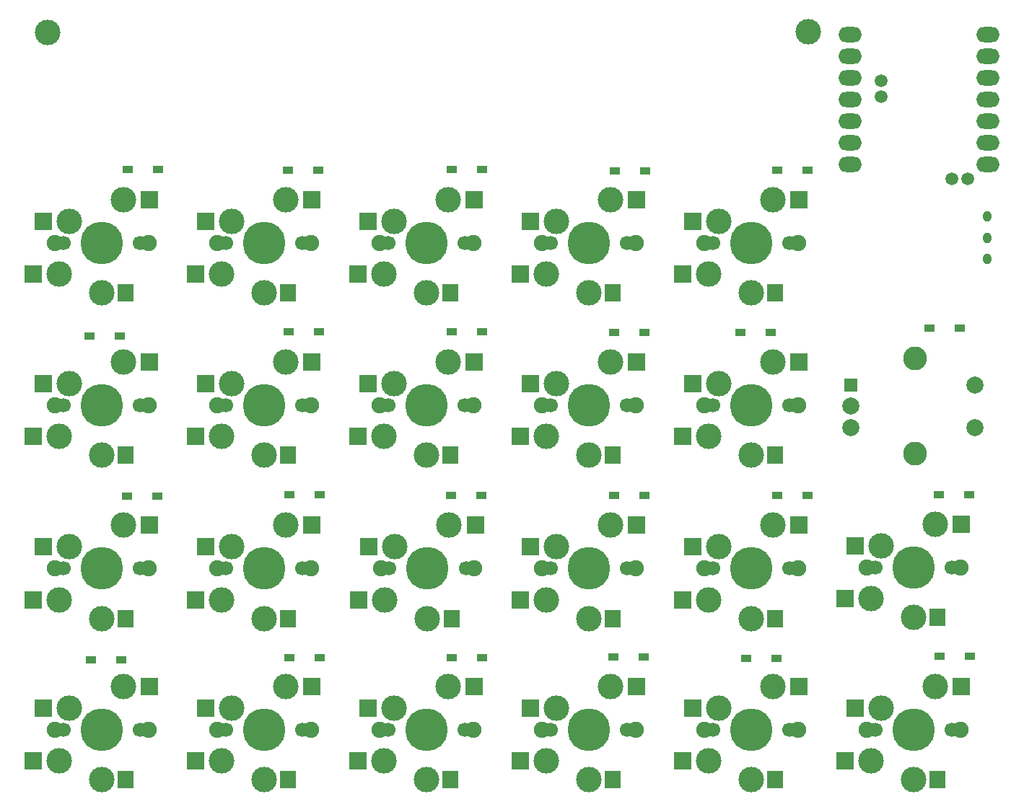
<source format=gbr>
%TF.GenerationSoftware,KiCad,Pcbnew,8.0.7*%
%TF.CreationDate,2025-02-28T21:35:56+09:00*%
%TF.ProjectId,cool642tb_L,636f6f6c-3634-4327-9462-5f4c2e6b6963,rev?*%
%TF.SameCoordinates,Original*%
%TF.FileFunction,Soldermask,Bot*%
%TF.FilePolarity,Negative*%
%FSLAX46Y46*%
G04 Gerber Fmt 4.6, Leading zero omitted, Abs format (unit mm)*
G04 Created by KiCad (PCBNEW 8.0.7) date 2025-02-28 21:35:56*
%MOMM*%
%LPD*%
G01*
G04 APERTURE LIST*
%ADD10C,1.900000*%
%ADD11C,1.700000*%
%ADD12C,3.000000*%
%ADD13C,5.000000*%
%ADD14R,2.000000X2.000000*%
%ADD15R,1.900000X2.000000*%
%ADD16R,1.300000X0.950000*%
%ADD17R,1.500000X1.500000*%
%ADD18C,2.000000*%
%ADD19C,2.800000*%
%ADD20O,1.000000X1.300000*%
%ADD21O,2.750000X1.800000*%
%ADD22C,1.500000*%
G04 APERTURE END LIST*
D10*
%TO.C,SW14*%
X51650000Y-19050000D03*
D11*
X52070000Y-19050000D03*
D12*
X52150000Y-22750000D03*
D11*
X52650000Y-19050000D03*
D12*
X53340000Y-16510000D03*
D13*
X57150000Y-19050000D03*
D12*
X57150000Y-24950000D03*
X59690000Y-13970000D03*
D11*
X61650000Y-19050000D03*
X62230000Y-19050000D03*
D10*
X62650000Y-19050000D03*
D14*
X49050000Y-22750000D03*
X50250000Y-16510000D03*
D15*
X59950000Y-24950000D03*
D14*
X62750000Y-13970000D03*
%TD*%
D16*
%TO.C,D3*%
X2925000Y-29720000D03*
X6475000Y-29720000D03*
%TD*%
D12*
%TO.C,B1*%
X-6400000Y24710000D03*
X82870000Y24750000D03*
%TD*%
D10*
%TO.C,SW18*%
X70700000Y-19050000D03*
D11*
X71120000Y-19050000D03*
D12*
X71200000Y-22750000D03*
D11*
X71700000Y-19050000D03*
D12*
X72390000Y-16510000D03*
D13*
X76200000Y-19050000D03*
D12*
X76200000Y-24950000D03*
X78740000Y-13970000D03*
D11*
X80700000Y-19050000D03*
X81280000Y-19050000D03*
D10*
X81700000Y-19050000D03*
D14*
X68100000Y-22750000D03*
X69300000Y-16510000D03*
D15*
X79000000Y-24950000D03*
D14*
X81800000Y-13970000D03*
%TD*%
D16*
%TO.C,D13*%
X60205000Y8480000D03*
X63755000Y8480000D03*
%TD*%
D10*
%TO.C,SW12*%
X32600000Y-57150000D03*
D11*
X33020000Y-57150000D03*
D12*
X33100000Y-60850000D03*
D11*
X33600000Y-57150000D03*
D12*
X34290000Y-54610000D03*
D13*
X38100000Y-57150000D03*
D12*
X38100000Y-63050000D03*
X40640000Y-52070000D03*
D11*
X42600000Y-57150000D03*
X43180000Y-57150000D03*
D10*
X43600000Y-57150000D03*
D14*
X30000000Y-60850000D03*
X31200000Y-54610000D03*
D15*
X40900000Y-63050000D03*
D14*
X43700000Y-52070000D03*
%TD*%
D10*
%TO.C,SW23*%
X89750000Y-57150000D03*
D11*
X90170000Y-57150000D03*
D12*
X90250000Y-60850000D03*
D11*
X90750000Y-57150000D03*
D12*
X91440000Y-54610000D03*
D13*
X95250000Y-57150000D03*
D12*
X95250000Y-63050000D03*
X97790000Y-52070000D03*
D11*
X99750000Y-57150000D03*
X100330000Y-57150000D03*
D10*
X100750000Y-57150000D03*
D14*
X87150000Y-60850000D03*
X88350000Y-54610000D03*
D15*
X98050000Y-63050000D03*
D14*
X100850000Y-52070000D03*
%TD*%
D16*
%TO.C,D10*%
X41035000Y-10420000D03*
X44585000Y-10420000D03*
%TD*%
%TO.C,D19*%
X79225000Y-29630000D03*
X82775000Y-29630000D03*
%TD*%
%TO.C,D16*%
X59995000Y-48600000D03*
X63545000Y-48600000D03*
%TD*%
D10*
%TO.C,SW19*%
X70700000Y-38200000D03*
D11*
X71120000Y-38200000D03*
D12*
X71200000Y-41900000D03*
D11*
X71700000Y-38200000D03*
D12*
X72390000Y-35660000D03*
D13*
X76200000Y-38200000D03*
D12*
X76200000Y-44100000D03*
X78740000Y-33120000D03*
D11*
X80700000Y-38200000D03*
X81280000Y-38200000D03*
D10*
X81700000Y-38200000D03*
D14*
X68100000Y-41900000D03*
X69300000Y-35660000D03*
D15*
X79000000Y-44100000D03*
D14*
X81800000Y-33120000D03*
%TD*%
D10*
%TO.C,SW1*%
X-5500000Y0D03*
D11*
X-5080000Y0D03*
D12*
X-5000000Y-3700000D03*
D11*
X-4500000Y0D03*
D12*
X-3810000Y2540000D03*
D13*
X0Y0D03*
D12*
X0Y-5900000D03*
X2540000Y5080000D03*
D11*
X4500000Y0D03*
X5080000Y0D03*
D10*
X5500000Y0D03*
D14*
X-8100000Y-3700000D03*
X-6900000Y2540000D03*
D15*
X2800000Y-5900000D03*
D14*
X5600000Y5080000D03*
%TD*%
D10*
%TO.C,SW13*%
X51650000Y0D03*
D11*
X52070000Y0D03*
D12*
X52150000Y-3700000D03*
D11*
X52650000Y0D03*
D12*
X53340000Y2540000D03*
D13*
X57150000Y0D03*
D12*
X57150000Y-5900000D03*
X59690000Y5080000D03*
D11*
X61650000Y0D03*
X62230000Y0D03*
D10*
X62650000Y0D03*
D14*
X49050000Y-3700000D03*
X50250000Y2540000D03*
D15*
X59950000Y-5900000D03*
D14*
X62750000Y5080000D03*
%TD*%
D16*
%TO.C,D7*%
X22025000Y-29570000D03*
X25575000Y-29570000D03*
%TD*%
%TO.C,D21*%
X97060000Y-10040000D03*
X100610000Y-10040000D03*
%TD*%
D10*
%TO.C,SW10*%
X32600000Y-19050000D03*
D11*
X33020000Y-19050000D03*
D12*
X33100000Y-22750000D03*
D11*
X33600000Y-19050000D03*
D12*
X34290000Y-16510000D03*
D13*
X38100000Y-19050000D03*
D12*
X38100000Y-24950000D03*
X40640000Y-13970000D03*
D11*
X42600000Y-19050000D03*
X43180000Y-19050000D03*
D10*
X43600000Y-19050000D03*
D14*
X30000000Y-22750000D03*
X31200000Y-16510000D03*
D15*
X40900000Y-24950000D03*
D14*
X43700000Y-13970000D03*
%TD*%
D16*
%TO.C,D14*%
X60125000Y-10490000D03*
X63675000Y-10490000D03*
%TD*%
%TO.C,D18*%
X74890000Y-10550000D03*
X78440000Y-10550000D03*
%TD*%
%TO.C,D5*%
X21805000Y8520000D03*
X25355000Y8520000D03*
%TD*%
D10*
%TO.C,SW9*%
X32600000Y0D03*
D11*
X33020000Y0D03*
D12*
X33100000Y-3700000D03*
D11*
X33600000Y0D03*
D12*
X34290000Y2540000D03*
D13*
X38100000Y0D03*
D12*
X38100000Y-5900000D03*
X40640000Y5080000D03*
D11*
X42600000Y0D03*
X43180000Y0D03*
D10*
X43600000Y0D03*
D14*
X30000000Y-3700000D03*
X31200000Y2540000D03*
D15*
X40900000Y-5900000D03*
D14*
X43700000Y5080000D03*
%TD*%
D10*
%TO.C,SW15*%
X51650000Y-38200000D03*
D11*
X52070000Y-38200000D03*
D12*
X52150000Y-41900000D03*
D11*
X52650000Y-38200000D03*
D12*
X53340000Y-35660000D03*
D13*
X57150000Y-38200000D03*
D12*
X57150000Y-44100000D03*
X59690000Y-33120000D03*
D11*
X61650000Y-38200000D03*
X62230000Y-38200000D03*
D10*
X62650000Y-38200000D03*
D14*
X49050000Y-41900000D03*
X50250000Y-35660000D03*
D15*
X59950000Y-44100000D03*
D14*
X62750000Y-33120000D03*
%TD*%
D10*
%TO.C,SW11*%
X32700000Y-38200000D03*
D11*
X33120000Y-38200000D03*
D12*
X33200000Y-41900000D03*
D11*
X33700000Y-38200000D03*
D12*
X34390000Y-35660000D03*
D13*
X38200000Y-38200000D03*
D12*
X38200000Y-44100000D03*
X40740000Y-33120000D03*
D11*
X42700000Y-38200000D03*
X43280000Y-38200000D03*
D10*
X43700000Y-38200000D03*
D14*
X30100000Y-41900000D03*
X31300000Y-35660000D03*
D15*
X41000000Y-44100000D03*
D14*
X43800000Y-33120000D03*
%TD*%
D10*
%TO.C,SW5*%
X13550000Y0D03*
D11*
X13970000Y0D03*
D12*
X14050000Y-3700000D03*
D11*
X14550000Y0D03*
D12*
X15240000Y2540000D03*
D13*
X19050000Y0D03*
D12*
X19050000Y-5900000D03*
X21590000Y5080000D03*
D11*
X23550000Y0D03*
X24130000Y0D03*
D10*
X24550000Y0D03*
D14*
X10950000Y-3700000D03*
X12150000Y2540000D03*
D15*
X21850000Y-5900000D03*
D14*
X24650000Y5080000D03*
%TD*%
D16*
%TO.C,D9*%
X41045000Y8610000D03*
X44595000Y8610000D03*
%TD*%
%TO.C,D8*%
X21955000Y-48670000D03*
X25505000Y-48670000D03*
%TD*%
D10*
%TO.C,SW4*%
X-5500000Y-57150000D03*
D11*
X-5080000Y-57150000D03*
D12*
X-5000000Y-60850000D03*
D11*
X-4500000Y-57150000D03*
D12*
X-3810000Y-54610000D03*
D13*
X0Y-57150000D03*
D12*
X0Y-63050000D03*
X2540000Y-52070000D03*
D11*
X4500000Y-57150000D03*
X5080000Y-57150000D03*
D10*
X5500000Y-57150000D03*
D14*
X-8100000Y-60850000D03*
X-6900000Y-54610000D03*
D15*
X2800000Y-63050000D03*
D14*
X5600000Y-52070000D03*
%TD*%
D10*
%TO.C,SW17*%
X70700000Y0D03*
D11*
X71120000Y0D03*
D12*
X71200000Y-3700000D03*
D11*
X71700000Y0D03*
D12*
X72390000Y2540000D03*
D13*
X76200000Y0D03*
D12*
X76200000Y-5900000D03*
X78740000Y5080000D03*
D11*
X80700000Y0D03*
X81280000Y0D03*
D10*
X81700000Y0D03*
D14*
X68100000Y-3700000D03*
X69300000Y2540000D03*
D15*
X79000000Y-5900000D03*
D14*
X81800000Y5080000D03*
%TD*%
D16*
%TO.C,D23*%
X98305000Y-48510000D03*
X101855000Y-48510000D03*
%TD*%
D10*
%TO.C,SW22*%
X89750000Y-38100000D03*
D11*
X90170000Y-38100000D03*
D12*
X90250000Y-41800000D03*
D11*
X90750000Y-38100000D03*
D12*
X91440000Y-35560000D03*
D13*
X95250000Y-38100000D03*
D12*
X95250000Y-44000000D03*
X97790000Y-33020000D03*
D11*
X99750000Y-38100000D03*
X100330000Y-38100000D03*
D10*
X100750000Y-38100000D03*
D14*
X87150000Y-41800000D03*
X88350000Y-35560000D03*
D15*
X98050000Y-44000000D03*
D14*
X100850000Y-33020000D03*
%TD*%
D16*
%TO.C,D11*%
X40935000Y-29650000D03*
X44485000Y-29650000D03*
%TD*%
D10*
%TO.C,SW6*%
X13550000Y-19050000D03*
D11*
X13970000Y-19050000D03*
D12*
X14050000Y-22750000D03*
D11*
X14550000Y-19050000D03*
D12*
X15240000Y-16510000D03*
D13*
X19050000Y-19050000D03*
D12*
X19050000Y-24950000D03*
X21590000Y-13970000D03*
D11*
X23550000Y-19050000D03*
X24130000Y-19050000D03*
D10*
X24550000Y-19050000D03*
D14*
X10950000Y-22750000D03*
X12150000Y-16510000D03*
D15*
X21850000Y-24950000D03*
D14*
X24650000Y-13970000D03*
%TD*%
D17*
%TO.C,SW21*%
X87900000Y-16660000D03*
D18*
X87900000Y-21660000D03*
X87900000Y-19160000D03*
D19*
X95400000Y-13560000D03*
X95400000Y-24760000D03*
D18*
X102400000Y-16660000D03*
X102400000Y-21660000D03*
%TD*%
D10*
%TO.C,SW3*%
X-5500000Y-38200000D03*
D11*
X-5080000Y-38200000D03*
D12*
X-5000000Y-41900000D03*
D11*
X-4500000Y-38200000D03*
D12*
X-3810000Y-35660000D03*
D13*
X0Y-38200000D03*
D12*
X0Y-44100000D03*
X2540000Y-33120000D03*
D11*
X4500000Y-38200000D03*
X5080000Y-38200000D03*
D10*
X5500000Y-38200000D03*
D14*
X-8100000Y-41900000D03*
X-6900000Y-35660000D03*
D15*
X2800000Y-44100000D03*
D14*
X5600000Y-33120000D03*
%TD*%
D16*
%TO.C,D6*%
X21925000Y-10420000D03*
X25475000Y-10420000D03*
%TD*%
D10*
%TO.C,SW2*%
X-5500000Y-19050000D03*
D11*
X-5080000Y-19050000D03*
D12*
X-5000000Y-22750000D03*
D11*
X-4500000Y-19050000D03*
D12*
X-3810000Y-16510000D03*
D13*
X0Y-19050000D03*
D12*
X0Y-24950000D03*
X2540000Y-13970000D03*
D11*
X4500000Y-19050000D03*
X5080000Y-19050000D03*
D10*
X5500000Y-19050000D03*
D14*
X-8100000Y-22750000D03*
X-6900000Y-16510000D03*
D15*
X2800000Y-24950000D03*
D14*
X5600000Y-13970000D03*
%TD*%
D10*
%TO.C,SW16*%
X51650000Y-57150000D03*
D11*
X52070000Y-57150000D03*
D12*
X52150000Y-60850000D03*
D11*
X52650000Y-57150000D03*
D12*
X53340000Y-54610000D03*
D13*
X57150000Y-57150000D03*
D12*
X57150000Y-63050000D03*
X59690000Y-52070000D03*
D11*
X61650000Y-57150000D03*
X62230000Y-57150000D03*
D10*
X62650000Y-57150000D03*
D14*
X49050000Y-60850000D03*
X50250000Y-54610000D03*
D15*
X59950000Y-63050000D03*
D14*
X62750000Y-52070000D03*
%TD*%
D20*
%TO.C,SW24*%
X103840000Y3104000D03*
X103840000Y604000D03*
X103840000Y-1896000D03*
%TD*%
D16*
%TO.C,D15*%
X60075000Y-29620000D03*
X63625000Y-29620000D03*
%TD*%
D10*
%TO.C,SW8*%
X13550000Y-57150000D03*
D11*
X13970000Y-57150000D03*
D12*
X14050000Y-60850000D03*
D11*
X14550000Y-57150000D03*
D12*
X15240000Y-54610000D03*
D13*
X19050000Y-57150000D03*
D12*
X19050000Y-63050000D03*
X21590000Y-52070000D03*
D11*
X23550000Y-57150000D03*
X24130000Y-57150000D03*
D10*
X24550000Y-57150000D03*
D14*
X10950000Y-60850000D03*
X12150000Y-54610000D03*
D15*
X21850000Y-63050000D03*
D14*
X24650000Y-52070000D03*
%TD*%
D16*
%TO.C,D2*%
X-1465000Y-10920000D03*
X2085000Y-10920000D03*
%TD*%
%TO.C,D12*%
X41025000Y-48690000D03*
X44575000Y-48690000D03*
%TD*%
%TO.C,D4*%
X-1265000Y-48970000D03*
X2285000Y-48970000D03*
%TD*%
%TO.C,D1*%
X2995000Y8650000D03*
X6545000Y8650000D03*
%TD*%
%TO.C,D17*%
X79230000Y8510000D03*
X82780000Y8510000D03*
%TD*%
D10*
%TO.C,SW7*%
X13550000Y-38200000D03*
D11*
X13970000Y-38200000D03*
D12*
X14050000Y-41900000D03*
D11*
X14550000Y-38200000D03*
D12*
X15240000Y-35660000D03*
D13*
X19050000Y-38200000D03*
D12*
X19050000Y-44100000D03*
X21590000Y-33120000D03*
D11*
X23550000Y-38200000D03*
X24130000Y-38200000D03*
D10*
X24550000Y-38200000D03*
D14*
X10950000Y-41900000D03*
X12150000Y-35660000D03*
D15*
X21850000Y-44100000D03*
D14*
X24650000Y-33120000D03*
%TD*%
D21*
%TO.C,U1*%
X87740000Y24450000D03*
X87740000Y21910000D03*
X87740000Y19370000D03*
X87740000Y16830000D03*
X87740000Y14290000D03*
X87740000Y11750000D03*
X87740000Y9210000D03*
X103980000Y9210000D03*
X103980000Y11750000D03*
X103980000Y14290000D03*
X103980000Y16830000D03*
X103980000Y19370000D03*
X103980000Y21910000D03*
X103980000Y24450000D03*
D22*
X99695400Y7518000D03*
X101575000Y7518000D03*
X91415000Y17147000D03*
X91415000Y19052000D03*
%TD*%
D10*
%TO.C,SW20*%
X70700000Y-57150000D03*
D11*
X71120000Y-57150000D03*
D12*
X71200000Y-60850000D03*
D11*
X71700000Y-57150000D03*
D12*
X72390000Y-54610000D03*
D13*
X76200000Y-57150000D03*
D12*
X76200000Y-63050000D03*
X78740000Y-52070000D03*
D11*
X80700000Y-57150000D03*
X81280000Y-57150000D03*
D10*
X81700000Y-57150000D03*
D14*
X68100000Y-60850000D03*
X69300000Y-54610000D03*
D15*
X79000000Y-63050000D03*
D14*
X81800000Y-52070000D03*
%TD*%
D16*
%TO.C,D22*%
X98205000Y-29600000D03*
X101755000Y-29600000D03*
%TD*%
%TO.C,D20*%
X75575000Y-48810000D03*
X79125000Y-48810000D03*
%TD*%
M02*

</source>
